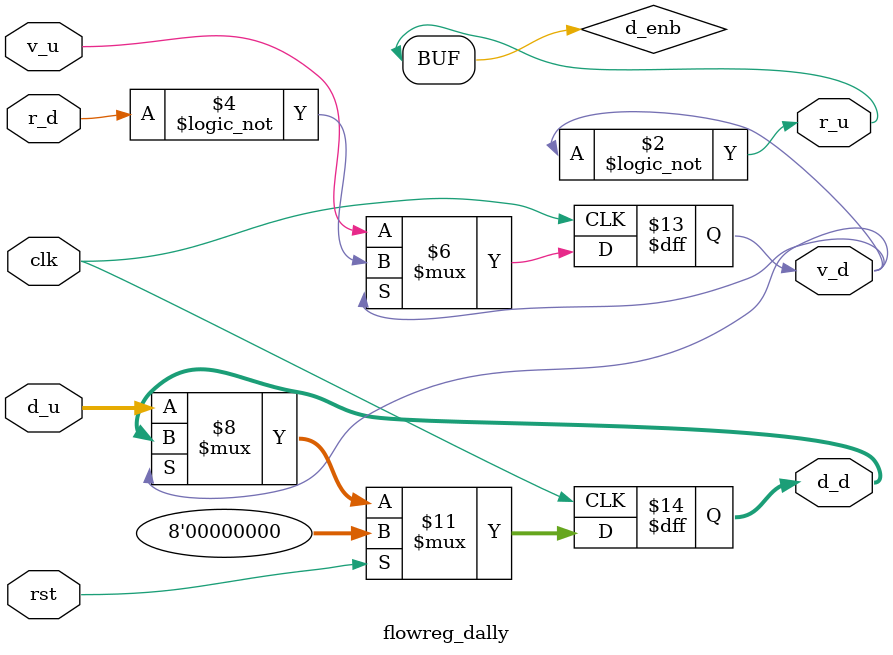
<source format=sv>
module flowreg_dally #(parameter W=8)
               (input logic clk, rst,
                input logic [W-1:0] d_u,
                input logic v_u,
                output logic r_u,
                output logic [W-1:0] d_d,
                output logic v_d,
                input logic r_d);
    logic d_enb;

    assign d_enb = r_u;

    always_ff @(posedge clk)
        if (rst) d_d <= '0;
        else if (d_enb) d_d <= d_u;

    assign r_u = !v_d;

    always_ff @(posedge clk)
        if (v_d) v_d <= !r_d;
        else v_d <= v_u;

endmodule: flowreg_dally

</source>
